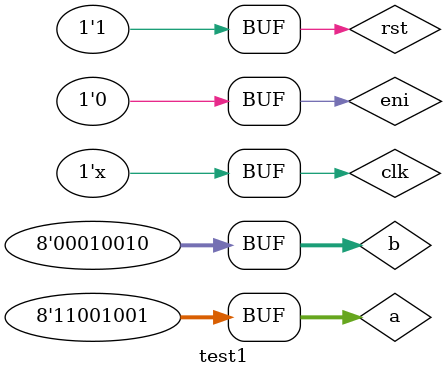
<source format=v>
`timescale 1ns / 1ps


module test1(

    );
    
    reg clk = 0, rst = 0;

    initial #1 rst = 1;
    always #5 clk = ~clk;

    /*reg A = 0, B = 0, Cin = 0;
    
    always #10 A <= ~A;
    always #20 B <= ~B;
    always #40 Cin <= ~Cin;
    
    wire out, c;
    adder fa(Cin, A, B, c, out);*/

    /*reg [7:0] A = 'b0, B = 'b0;
    reg Cin = 0;
    wire c;
    wire [7:0] out;

    adder_8 ta(Cin, A, B, c, out);

    always #10 A <= A + 1;
    always #20 B <= B + 1;
    always #40 Cin <= ~Cin;*/
    
    /*reg A = 0, B = 0;
    wire eq, lt, gt;
    comparator c(1, 0, 0, A, B, eq, lt, gt);
    
    always begin
        #10 B = B + 1;
        #10 A = A + 1;
    end
    */
    /*reg [7:0] A = 'b0, B = 'b0;
    wire eq, lt, gt;

    comp_8 c(1, 0, 0, A, B, eq, gt, lt);

    always begin
        #10 B = B + 1;
        #10 A = A + 1;
        #10 A = A + 1;
        #10 B = B + 1;
    end*/

    /*reg en = 0;
    reg [1:0] in = 'b0;
    wire [3:0] out;

    decoder d(en, in, out);

    initial begin
        #10 en = 1;
        forever begin
            #10 in = in + 1;
        end
    end 
    */
    /*reg [1:0] en = 0;
    reg [2:0] in = 'b0;
    wire [7:0] out;

    decoder3_8 d(en, in, out);

    initial begin
        #10 en = 'b11;
        forever begin
            #10 in = in + 1;
        end
    end */

    /*reg en = 0;
    reg [3:0] in = 'b1;
    wire [1:0] out;
    wire gs;

    encoder e(en, in, out, gs);

    initial begin
        #10 en = 1;
        forever begin
            #10 in = in << 1;
            if(in == 0) in = 1;
        end
    end*/

    /*reg en = 0;
    reg [7:0] in = 'b1;
    wire [2:0] out;
    wire gs;

    encoder8_3 e(en, in, out, gs);

    initial begin
        #10 en = 1;
        forever begin
            #10 in = in << 1;
            if(in == 0) in = 1;
        end
    end*/

    /*reg en = 0;
    reg [1:0] sel = 0;
    reg [3:0] d = 'b0101;
    wire out;

    mux m(en, sel, d, out);

    initial begin
        #10 en = 1;
        forever begin
            #10 sel = sel + 1;
        end
    end

    always #40 d = ~d;*/

    /*reg en = 0;
    reg [2:0] sel = 0;
    reg [7:0] d = 'b01010101;
    wire out;

    mux3_8 m(en, sel, d, out);

    initial begin
        #10 en = 1;
        forever begin
            #10 sel = sel + 1;
        end
    end

    always #80 d = ~d;*/

    /*reg en = 0;
    reg [1:0] sel = 0;
    reg d = 0;
    wire [3:0] out;

    demux m(en, sel, d, out);

    initial begin
        #10 en = 1;
        forever begin
            #10 sel = sel + 1;
        end
    end

    always #40 d = ~d;*/

    /*reg en = 0;
    reg [2:0] sel = 0;
    reg d = 0;
    wire [7:0] out;

    demux3_8 m(en, sel, d, out);

    initial begin
        #10 en = 1;
        forever begin
            #10 sel = sel + 1;
        end
    end

    always #80 d = ~d;*/

    /*reg [1:0] in = 0;
    wire [1:0] out;
    b2g b(0, in, out);

    always #10 in = in + 1;*/

    /*reg [7:0] in = 0;
    wire [7:0] out;
    b2g_8 b(0, in, out);

    always #10 in = in + 1;*/

    /*reg [8:0] in = 0;
    wire p;
    parity_odd c(in, p);

    always #10 in = in + 1;*/

    /*reg s = 0, r = 0;
    wire q1, q2;
    SR_latch l(s, r, q1, q2);

    always begin
        #10;
        s <= 1;
        r <= 0;
        #10;
        s <= 0;
        r <= 0;
        #10;
        s <= 0;
        r <= 1;
        #10;
        s <= 0;
        r <= 0;
        #10;
        s <= 1;
        r <= 1;
        #10;
        s <= 0;
        r <= 0;
    end*/

    /*reg d = 0, en = 0;
    wire q, qb;
    D_latch dl(en, d, q, qb);

    always #10 d = ~d;
    always #20 en = ~en;*/

    /*reg d = 0;
    wire q, qb;
    D_flipflop f(rst, 1, clk, d, q, qb);

    always #10 d = ~d;*/

    /*reg clk = 0, clr = 0;
    reg [1:0] jk = 'b11;
    wire q, qb;
    JK_flipflop f(clr, clk, jk[0], jk[1], q, qb);

    always #5 clk = ~clk;
    //always #10 jk = jk + 1;
    initial #10 clr = 1;*/

    /*reg clk = 0, clr = 0;
    reg [7:0] d = 0;
    wire [7:0] o;
    register_8 r(clr, clk, d, o);

    initial #10 clr = 1;
    always #5 clk = ~clk;
    always #10 d = d + 1;*/

    /*reg clk = 0, clr = 0;
    wire f, q;
    D_flipflop d(clr, clk, f, q, f);

    initial #10 clr = 1;
    always #5 clk = ~clk;*/

    /*reg en = 0;
    reg [2:0] freq = 0;
    wire clk_o;

    freq_divider f(en, clk, freq, clk_o);

    initial #10 en = 1;
    always #80 freq = freq + 1;*/

    /*reg clk = 0;
    wire p;
    edge_detector e(clk, p);

    always #10 clk = ~clk;*/

    /*reg en = 0;
    wire [7:0] cnt;
    counter_8 c(rst, en, clk, cnt);

    initial #10 en = 1;*/

    /*reg [7:0] a = 'hff, b = 0;
    wire [7:0] o;
    wire c;
    add_sub_8 t(0, a, b, c, o);

    always #5 b = b + 1;*/

    /*reg [7:0] a = 'h55, b = 'haa;
    reg sel = 0;
    wire [7:0] c;
    mux_2_8bit m(sel, a, b, c);

    always #10 sel = ~sel;*/

    /*reg [7:0] d = 0;
    wire [7:0] dout;
    register_8 r(1, 1, clk, d, dout);

    always #10 d = d + 1;*/

    /*reg [7:0] a = 79, b = 3;
    reg eni = 0;;
    wire [7:0] r;
    wire eno, finish;
    modular m(rst, eni, clk, a, b, r, eno, finish);

    initial begin
        #10 eni = 1;
        #10 eni = 0;
        a = 200;
        #200 eni = 1;
        #10 eni = 0;
    end*/

    reg [7:0] a = 201, b = 18;
    reg eni = 0;;
    wire [7:0] r;
    wire eno, finish;
    gcd m(rst, eni, clk, a, b, r, eno, finish);

    initial begin
        #10 eni = 1;
        #10 eni = 0;
        //b = 29;
        #600 eni = 1;
        #10 eni = 0;
    end

    /*reg d = 0;
    reg en0 = 0, en1 = 1;
    wire dout;
    shift_reg r(rst, en0, en1, clk, d, dout);

    initial begin
        #10 en0 = 1;
        #30 en0 = 0;
        en1 = 1;
        #800 en1 = 0;
    end
    always #10 d = ~d;*/

    /*reg d = 0;
    wire dout;
    pulse_generator p(rst, clk, d, dout);

    initial begin
        #20 d = 1;
        #2 d = 0;
    end*/
    //always #50 d = ~d;
    
    /*reg [11:0] w = 'hfff;
    wire d1, d2, d3;
    shift_reg16_p2s sr(rst, 1, clk, 1,1,1, w,0,0,0,0, d1, d2, d3);*/

endmodule

</source>
